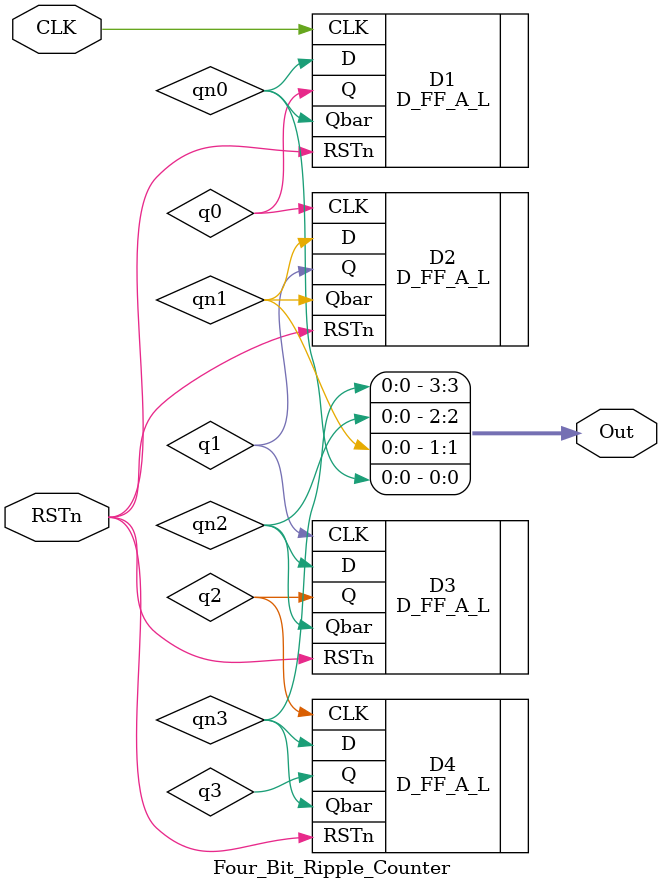
<source format=v>
module Four_Bit_Ripple_Counter(CLK, RSTn, Out);
	input CLK, RSTn;
	output [3:0]Out;

	wire qn0, qn1, qn2, qn3;
	wire q0, q1, q2, q3;

	 D_FF_A_L D1 (
	 	.D(qn0),
	 	.RSTn(RSTn),
	 	.CLK(CLK),
	 	.Q(q0),
	 	.Qbar(qn0)
	 );

	 D_FF_A_L D2 (
	 	.D(qn1),
	 	.RSTn(RSTn),
	 	.CLK(q0),
	 	.Q(q1),
	 	.Qbar(qn1)
	 );

	 D_FF_A_L D3 (
	 	.D(qn2),
	 	.RSTn(RSTn),
	 	.CLK(q1),
	 	.Q(q2),
	 	.Qbar(qn2)
	 );
	 D_FF_A_L D4 (
	 	.D(qn3),
	 	.RSTn(RSTn),
	 	.CLK(q2),
	 	.Q(q3),
	 	.Qbar(qn3)
	 );

	 assign Out = {qn3, qn2, qn1, qn0}; 

endmodule
</source>
